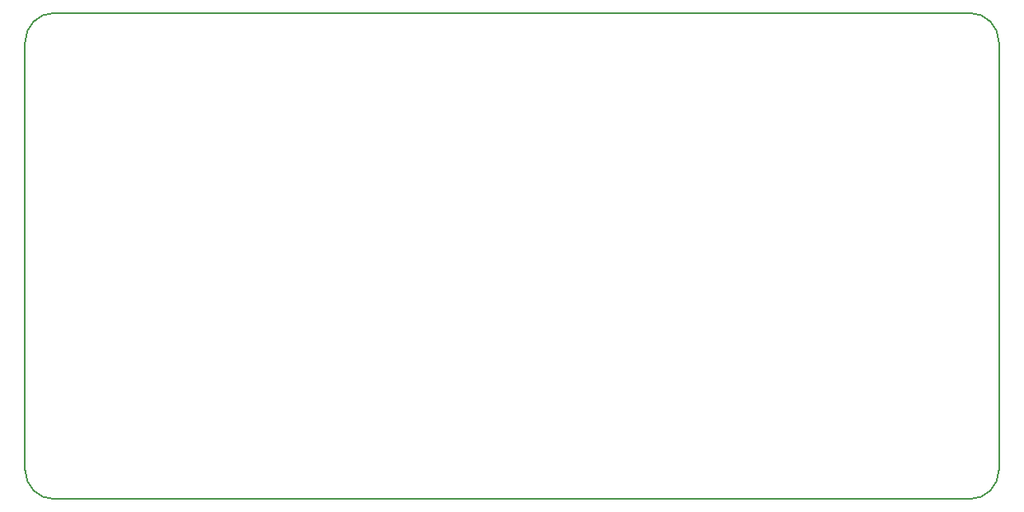
<source format=gbr>
G04 #@! TF.GenerationSoftware,KiCad,Pcbnew,5.0.0*
G04 #@! TF.CreationDate,2018-07-30T23:26:50+02:00*
G04 #@! TF.ProjectId,mokki-dev-board,6D6F6B6B692D6465762D626F6172642E,rev?*
G04 #@! TF.SameCoordinates,Original*
G04 #@! TF.FileFunction,Profile,NP*
%FSLAX46Y46*%
G04 Gerber Fmt 4.6, Leading zero omitted, Abs format (unit mm)*
G04 Created by KiCad (PCBNEW 5.0.0) date Mon Jul 30 23:26:50 2018*
%MOMM*%
%LPD*%
G01*
G04 APERTURE LIST*
%ADD10C,0.150000*%
G04 APERTURE END LIST*
D10*
X195500000Y-80000000D02*
G75*
G02X198500000Y-83000000I0J-3000000D01*
G01*
X198500000Y-127000000D02*
G75*
G02X195500000Y-130000000I-3000000J0D01*
G01*
X101500000Y-130000000D02*
G75*
G02X98500000Y-127000000I0J3000000D01*
G01*
X98500000Y-83000000D02*
G75*
G02X101500000Y-80000000I3000000J0D01*
G01*
X98500000Y-127000000D02*
X98500000Y-83000000D01*
X195500000Y-130000000D02*
X101500000Y-130000000D01*
X198500000Y-83000000D02*
X198500000Y-127000000D01*
X101500000Y-80000000D02*
X195500000Y-80000000D01*
M02*

</source>
